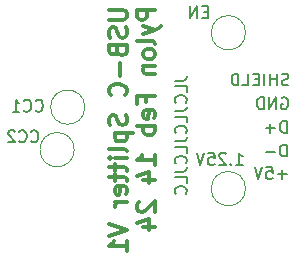
<source format=gbr>
%TF.GenerationSoftware,KiCad,Pcbnew,7.0.10*%
%TF.CreationDate,2024-02-15T00:45:20-05:00*%
%TF.ProjectId,USB-C-3-way-splitter,5553422d-432d-4332-9d77-61792d73706c,rev?*%
%TF.SameCoordinates,Original*%
%TF.FileFunction,Legend,Bot*%
%TF.FilePolarity,Positive*%
%FSLAX46Y46*%
G04 Gerber Fmt 4.6, Leading zero omitted, Abs format (unit mm)*
G04 Created by KiCad (PCBNEW 7.0.10) date 2024-02-15 00:45:20*
%MOMM*%
%LPD*%
G01*
G04 APERTURE LIST*
%ADD10C,0.150000*%
%ADD11C,0.200000*%
%ADD12C,0.300000*%
%ADD13C,0.120000*%
G04 APERTURE END LIST*
D10*
X23239411Y-3169819D02*
X23810839Y-3169819D01*
X23525125Y-3169819D02*
X23525125Y-2169819D01*
X23525125Y-2169819D02*
X23620363Y-2312676D01*
X23620363Y-2312676D02*
X23715601Y-2407914D01*
X23715601Y-2407914D02*
X23810839Y-2455533D01*
X22810839Y-3074580D02*
X22763220Y-3122200D01*
X22763220Y-3122200D02*
X22810839Y-3169819D01*
X22810839Y-3169819D02*
X22858458Y-3122200D01*
X22858458Y-3122200D02*
X22810839Y-3074580D01*
X22810839Y-3074580D02*
X22810839Y-3169819D01*
X22382268Y-2265057D02*
X22334649Y-2217438D01*
X22334649Y-2217438D02*
X22239411Y-2169819D01*
X22239411Y-2169819D02*
X22001316Y-2169819D01*
X22001316Y-2169819D02*
X21906078Y-2217438D01*
X21906078Y-2217438D02*
X21858459Y-2265057D01*
X21858459Y-2265057D02*
X21810840Y-2360295D01*
X21810840Y-2360295D02*
X21810840Y-2455533D01*
X21810840Y-2455533D02*
X21858459Y-2598390D01*
X21858459Y-2598390D02*
X22429887Y-3169819D01*
X22429887Y-3169819D02*
X21810840Y-3169819D01*
X20906078Y-2169819D02*
X21382268Y-2169819D01*
X21382268Y-2169819D02*
X21429887Y-2646009D01*
X21429887Y-2646009D02*
X21382268Y-2598390D01*
X21382268Y-2598390D02*
X21287030Y-2550771D01*
X21287030Y-2550771D02*
X21048935Y-2550771D01*
X21048935Y-2550771D02*
X20953697Y-2598390D01*
X20953697Y-2598390D02*
X20906078Y-2646009D01*
X20906078Y-2646009D02*
X20858459Y-2741247D01*
X20858459Y-2741247D02*
X20858459Y-2979342D01*
X20858459Y-2979342D02*
X20906078Y-3074580D01*
X20906078Y-3074580D02*
X20953697Y-3122200D01*
X20953697Y-3122200D02*
X21048935Y-3169819D01*
X21048935Y-3169819D02*
X21287030Y-3169819D01*
X21287030Y-3169819D02*
X21382268Y-3122200D01*
X21382268Y-3122200D02*
X21429887Y-3074580D01*
X20572744Y-2169819D02*
X20239411Y-3169819D01*
X20239411Y-3169819D02*
X19906078Y-2169819D01*
X20863220Y9753990D02*
X20529887Y9753990D01*
X20387030Y9230180D02*
X20863220Y9230180D01*
X20863220Y9230180D02*
X20863220Y10230180D01*
X20863220Y10230180D02*
X20387030Y10230180D01*
X19958458Y9230180D02*
X19958458Y10230180D01*
X19958458Y10230180D02*
X19387030Y9230180D01*
X19387030Y9230180D02*
X19387030Y10230180D01*
X5891792Y-1174580D02*
X5939411Y-1222200D01*
X5939411Y-1222200D02*
X6082268Y-1269819D01*
X6082268Y-1269819D02*
X6177506Y-1269819D01*
X6177506Y-1269819D02*
X6320363Y-1222200D01*
X6320363Y-1222200D02*
X6415601Y-1126961D01*
X6415601Y-1126961D02*
X6463220Y-1031723D01*
X6463220Y-1031723D02*
X6510839Y-841247D01*
X6510839Y-841247D02*
X6510839Y-698390D01*
X6510839Y-698390D02*
X6463220Y-507914D01*
X6463220Y-507914D02*
X6415601Y-412676D01*
X6415601Y-412676D02*
X6320363Y-317438D01*
X6320363Y-317438D02*
X6177506Y-269819D01*
X6177506Y-269819D02*
X6082268Y-269819D01*
X6082268Y-269819D02*
X5939411Y-317438D01*
X5939411Y-317438D02*
X5891792Y-365057D01*
X4891792Y-1174580D02*
X4939411Y-1222200D01*
X4939411Y-1222200D02*
X5082268Y-1269819D01*
X5082268Y-1269819D02*
X5177506Y-1269819D01*
X5177506Y-1269819D02*
X5320363Y-1222200D01*
X5320363Y-1222200D02*
X5415601Y-1126961D01*
X5415601Y-1126961D02*
X5463220Y-1031723D01*
X5463220Y-1031723D02*
X5510839Y-841247D01*
X5510839Y-841247D02*
X5510839Y-698390D01*
X5510839Y-698390D02*
X5463220Y-507914D01*
X5463220Y-507914D02*
X5415601Y-412676D01*
X5415601Y-412676D02*
X5320363Y-317438D01*
X5320363Y-317438D02*
X5177506Y-269819D01*
X5177506Y-269819D02*
X5082268Y-269819D01*
X5082268Y-269819D02*
X4939411Y-317438D01*
X4939411Y-317438D02*
X4891792Y-365057D01*
X4510839Y-365057D02*
X4463220Y-317438D01*
X4463220Y-317438D02*
X4367982Y-269819D01*
X4367982Y-269819D02*
X4129887Y-269819D01*
X4129887Y-269819D02*
X4034649Y-317438D01*
X4034649Y-317438D02*
X3987030Y-365057D01*
X3987030Y-365057D02*
X3939411Y-460295D01*
X3939411Y-460295D02*
X3939411Y-555533D01*
X3939411Y-555533D02*
X3987030Y-698390D01*
X3987030Y-698390D02*
X4558458Y-1269819D01*
X4558458Y-1269819D02*
X3939411Y-1269819D01*
X6291792Y1425419D02*
X6339411Y1377800D01*
X6339411Y1377800D02*
X6482268Y1330180D01*
X6482268Y1330180D02*
X6577506Y1330180D01*
X6577506Y1330180D02*
X6720363Y1377800D01*
X6720363Y1377800D02*
X6815601Y1473038D01*
X6815601Y1473038D02*
X6863220Y1568276D01*
X6863220Y1568276D02*
X6910839Y1758752D01*
X6910839Y1758752D02*
X6910839Y1901609D01*
X6910839Y1901609D02*
X6863220Y2092085D01*
X6863220Y2092085D02*
X6815601Y2187323D01*
X6815601Y2187323D02*
X6720363Y2282561D01*
X6720363Y2282561D02*
X6577506Y2330180D01*
X6577506Y2330180D02*
X6482268Y2330180D01*
X6482268Y2330180D02*
X6339411Y2282561D01*
X6339411Y2282561D02*
X6291792Y2234942D01*
X5291792Y1425419D02*
X5339411Y1377800D01*
X5339411Y1377800D02*
X5482268Y1330180D01*
X5482268Y1330180D02*
X5577506Y1330180D01*
X5577506Y1330180D02*
X5720363Y1377800D01*
X5720363Y1377800D02*
X5815601Y1473038D01*
X5815601Y1473038D02*
X5863220Y1568276D01*
X5863220Y1568276D02*
X5910839Y1758752D01*
X5910839Y1758752D02*
X5910839Y1901609D01*
X5910839Y1901609D02*
X5863220Y2092085D01*
X5863220Y2092085D02*
X5815601Y2187323D01*
X5815601Y2187323D02*
X5720363Y2282561D01*
X5720363Y2282561D02*
X5577506Y2330180D01*
X5577506Y2330180D02*
X5482268Y2330180D01*
X5482268Y2330180D02*
X5339411Y2282561D01*
X5339411Y2282561D02*
X5291792Y2234942D01*
X4339411Y1330180D02*
X4910839Y1330180D01*
X4625125Y1330180D02*
X4625125Y2330180D01*
X4625125Y2330180D02*
X4720363Y2187323D01*
X4720363Y2187323D02*
X4815601Y2092085D01*
X4815601Y2092085D02*
X4910839Y2044466D01*
D11*
X18067219Y3944612D02*
X18781504Y3944612D01*
X18781504Y3944612D02*
X18924361Y3992231D01*
X18924361Y3992231D02*
X19019600Y4087469D01*
X19019600Y4087469D02*
X19067219Y4230326D01*
X19067219Y4230326D02*
X19067219Y4325564D01*
X19067219Y2992231D02*
X19067219Y3468421D01*
X19067219Y3468421D02*
X18067219Y3468421D01*
X18971980Y2087469D02*
X19019600Y2135088D01*
X19019600Y2135088D02*
X19067219Y2277945D01*
X19067219Y2277945D02*
X19067219Y2373183D01*
X19067219Y2373183D02*
X19019600Y2516040D01*
X19019600Y2516040D02*
X18924361Y2611278D01*
X18924361Y2611278D02*
X18829123Y2658897D01*
X18829123Y2658897D02*
X18638647Y2706516D01*
X18638647Y2706516D02*
X18495790Y2706516D01*
X18495790Y2706516D02*
X18305314Y2658897D01*
X18305314Y2658897D02*
X18210076Y2611278D01*
X18210076Y2611278D02*
X18114838Y2516040D01*
X18114838Y2516040D02*
X18067219Y2373183D01*
X18067219Y2373183D02*
X18067219Y2277945D01*
X18067219Y2277945D02*
X18114838Y2135088D01*
X18114838Y2135088D02*
X18162457Y2087469D01*
X18067219Y1373183D02*
X18781504Y1373183D01*
X18781504Y1373183D02*
X18924361Y1420802D01*
X18924361Y1420802D02*
X19019600Y1516040D01*
X19019600Y1516040D02*
X19067219Y1658897D01*
X19067219Y1658897D02*
X19067219Y1754135D01*
X19067219Y420802D02*
X19067219Y896992D01*
X19067219Y896992D02*
X18067219Y896992D01*
X18971980Y-483959D02*
X19019600Y-436340D01*
X19019600Y-436340D02*
X19067219Y-293483D01*
X19067219Y-293483D02*
X19067219Y-198245D01*
X19067219Y-198245D02*
X19019600Y-55388D01*
X19019600Y-55388D02*
X18924361Y39849D01*
X18924361Y39849D02*
X18829123Y87468D01*
X18829123Y87468D02*
X18638647Y135087D01*
X18638647Y135087D02*
X18495790Y135087D01*
X18495790Y135087D02*
X18305314Y87468D01*
X18305314Y87468D02*
X18210076Y39849D01*
X18210076Y39849D02*
X18114838Y-55388D01*
X18114838Y-55388D02*
X18067219Y-198245D01*
X18067219Y-198245D02*
X18067219Y-293483D01*
X18067219Y-293483D02*
X18114838Y-436340D01*
X18114838Y-436340D02*
X18162457Y-483959D01*
X18067219Y-1198245D02*
X18781504Y-1198245D01*
X18781504Y-1198245D02*
X18924361Y-1150626D01*
X18924361Y-1150626D02*
X19019600Y-1055388D01*
X19019600Y-1055388D02*
X19067219Y-912531D01*
X19067219Y-912531D02*
X19067219Y-817293D01*
X19067219Y-2150626D02*
X19067219Y-1674436D01*
X19067219Y-1674436D02*
X18067219Y-1674436D01*
X18971980Y-3055388D02*
X19019600Y-3007769D01*
X19019600Y-3007769D02*
X19067219Y-2864912D01*
X19067219Y-2864912D02*
X19067219Y-2769674D01*
X19067219Y-2769674D02*
X19019600Y-2626817D01*
X19019600Y-2626817D02*
X18924361Y-2531579D01*
X18924361Y-2531579D02*
X18829123Y-2483960D01*
X18829123Y-2483960D02*
X18638647Y-2436341D01*
X18638647Y-2436341D02*
X18495790Y-2436341D01*
X18495790Y-2436341D02*
X18305314Y-2483960D01*
X18305314Y-2483960D02*
X18210076Y-2531579D01*
X18210076Y-2531579D02*
X18114838Y-2626817D01*
X18114838Y-2626817D02*
X18067219Y-2769674D01*
X18067219Y-2769674D02*
X18067219Y-2864912D01*
X18067219Y-2864912D02*
X18114838Y-3007769D01*
X18114838Y-3007769D02*
X18162457Y-3055388D01*
X18067219Y-3769674D02*
X18781504Y-3769674D01*
X18781504Y-3769674D02*
X18924361Y-3722055D01*
X18924361Y-3722055D02*
X19019600Y-3626817D01*
X19019600Y-3626817D02*
X19067219Y-3483960D01*
X19067219Y-3483960D02*
X19067219Y-3388722D01*
X19067219Y-4722055D02*
X19067219Y-4245865D01*
X19067219Y-4245865D02*
X18067219Y-4245865D01*
X18971980Y-5626817D02*
X19019600Y-5579198D01*
X19019600Y-5579198D02*
X19067219Y-5436341D01*
X19067219Y-5436341D02*
X19067219Y-5341103D01*
X19067219Y-5341103D02*
X19019600Y-5198246D01*
X19019600Y-5198246D02*
X18924361Y-5103008D01*
X18924361Y-5103008D02*
X18829123Y-5055389D01*
X18829123Y-5055389D02*
X18638647Y-5007770D01*
X18638647Y-5007770D02*
X18495790Y-5007770D01*
X18495790Y-5007770D02*
X18305314Y-5055389D01*
X18305314Y-5055389D02*
X18210076Y-5103008D01*
X18210076Y-5103008D02*
X18114838Y-5198246D01*
X18114838Y-5198246D02*
X18067219Y-5341103D01*
X18067219Y-5341103D02*
X18067219Y-5436341D01*
X18067219Y-5436341D02*
X18114838Y-5579198D01*
X18114838Y-5579198D02*
X18162457Y-5626817D01*
X27530326Y-3986266D02*
X26768422Y-3986266D01*
X27149374Y-4367219D02*
X27149374Y-3605314D01*
X25816041Y-3367219D02*
X26292231Y-3367219D01*
X26292231Y-3367219D02*
X26339850Y-3843409D01*
X26339850Y-3843409D02*
X26292231Y-3795790D01*
X26292231Y-3795790D02*
X26196993Y-3748171D01*
X26196993Y-3748171D02*
X25958898Y-3748171D01*
X25958898Y-3748171D02*
X25863660Y-3795790D01*
X25863660Y-3795790D02*
X25816041Y-3843409D01*
X25816041Y-3843409D02*
X25768422Y-3938647D01*
X25768422Y-3938647D02*
X25768422Y-4176742D01*
X25768422Y-4176742D02*
X25816041Y-4271980D01*
X25816041Y-4271980D02*
X25863660Y-4319600D01*
X25863660Y-4319600D02*
X25958898Y-4367219D01*
X25958898Y-4367219D02*
X26196993Y-4367219D01*
X26196993Y-4367219D02*
X26292231Y-4319600D01*
X26292231Y-4319600D02*
X26339850Y-4271980D01*
X25482707Y-3367219D02*
X25149374Y-4367219D01*
X25149374Y-4367219D02*
X24816041Y-3367219D01*
X27530326Y-467219D02*
X27530326Y532780D01*
X27530326Y532780D02*
X27292231Y532780D01*
X27292231Y532780D02*
X27149374Y485161D01*
X27149374Y485161D02*
X27054136Y389923D01*
X27054136Y389923D02*
X27006517Y294685D01*
X27006517Y294685D02*
X26958898Y104209D01*
X26958898Y104209D02*
X26958898Y-38647D01*
X26958898Y-38647D02*
X27006517Y-229123D01*
X27006517Y-229123D02*
X27054136Y-324361D01*
X27054136Y-324361D02*
X27149374Y-419600D01*
X27149374Y-419600D02*
X27292231Y-467219D01*
X27292231Y-467219D02*
X27530326Y-467219D01*
X26530326Y-86266D02*
X25768422Y-86266D01*
X26149374Y-467219D02*
X26149374Y294685D01*
X27530326Y-2467219D02*
X27530326Y-1467219D01*
X27530326Y-1467219D02*
X27292231Y-1467219D01*
X27292231Y-1467219D02*
X27149374Y-1514838D01*
X27149374Y-1514838D02*
X27054136Y-1610076D01*
X27054136Y-1610076D02*
X27006517Y-1705314D01*
X27006517Y-1705314D02*
X26958898Y-1895790D01*
X26958898Y-1895790D02*
X26958898Y-2038647D01*
X26958898Y-2038647D02*
X27006517Y-2229123D01*
X27006517Y-2229123D02*
X27054136Y-2324361D01*
X27054136Y-2324361D02*
X27149374Y-2419600D01*
X27149374Y-2419600D02*
X27292231Y-2467219D01*
X27292231Y-2467219D02*
X27530326Y-2467219D01*
X26530326Y-2086266D02*
X25768422Y-2086266D01*
X27106517Y2485161D02*
X27201755Y2532780D01*
X27201755Y2532780D02*
X27344612Y2532780D01*
X27344612Y2532780D02*
X27487469Y2485161D01*
X27487469Y2485161D02*
X27582707Y2389923D01*
X27582707Y2389923D02*
X27630326Y2294685D01*
X27630326Y2294685D02*
X27677945Y2104209D01*
X27677945Y2104209D02*
X27677945Y1961352D01*
X27677945Y1961352D02*
X27630326Y1770876D01*
X27630326Y1770876D02*
X27582707Y1675638D01*
X27582707Y1675638D02*
X27487469Y1580400D01*
X27487469Y1580400D02*
X27344612Y1532780D01*
X27344612Y1532780D02*
X27249374Y1532780D01*
X27249374Y1532780D02*
X27106517Y1580400D01*
X27106517Y1580400D02*
X27058898Y1628019D01*
X27058898Y1628019D02*
X27058898Y1961352D01*
X27058898Y1961352D02*
X27249374Y1961352D01*
X26630326Y1532780D02*
X26630326Y2532780D01*
X26630326Y2532780D02*
X26058898Y1532780D01*
X26058898Y1532780D02*
X26058898Y2532780D01*
X25582707Y1532780D02*
X25582707Y2532780D01*
X25582707Y2532780D02*
X25344612Y2532780D01*
X25344612Y2532780D02*
X25201755Y2485161D01*
X25201755Y2485161D02*
X25106517Y2389923D01*
X25106517Y2389923D02*
X25058898Y2294685D01*
X25058898Y2294685D02*
X25011279Y2104209D01*
X25011279Y2104209D02*
X25011279Y1961352D01*
X25011279Y1961352D02*
X25058898Y1770876D01*
X25058898Y1770876D02*
X25106517Y1675638D01*
X25106517Y1675638D02*
X25201755Y1580400D01*
X25201755Y1580400D02*
X25344612Y1532780D01*
X25344612Y1532780D02*
X25582707Y1532780D01*
D12*
X12485828Y9945489D02*
X13700114Y9945489D01*
X13700114Y9945489D02*
X13842971Y9874060D01*
X13842971Y9874060D02*
X13914400Y9802632D01*
X13914400Y9802632D02*
X13985828Y9659774D01*
X13985828Y9659774D02*
X13985828Y9374060D01*
X13985828Y9374060D02*
X13914400Y9231203D01*
X13914400Y9231203D02*
X13842971Y9159774D01*
X13842971Y9159774D02*
X13700114Y9088346D01*
X13700114Y9088346D02*
X12485828Y9088346D01*
X13914400Y8445488D02*
X13985828Y8231203D01*
X13985828Y8231203D02*
X13985828Y7874060D01*
X13985828Y7874060D02*
X13914400Y7731203D01*
X13914400Y7731203D02*
X13842971Y7659774D01*
X13842971Y7659774D02*
X13700114Y7588345D01*
X13700114Y7588345D02*
X13557257Y7588345D01*
X13557257Y7588345D02*
X13414400Y7659774D01*
X13414400Y7659774D02*
X13342971Y7731203D01*
X13342971Y7731203D02*
X13271542Y7874060D01*
X13271542Y7874060D02*
X13200114Y8159774D01*
X13200114Y8159774D02*
X13128685Y8302631D01*
X13128685Y8302631D02*
X13057257Y8374060D01*
X13057257Y8374060D02*
X12914400Y8445488D01*
X12914400Y8445488D02*
X12771542Y8445488D01*
X12771542Y8445488D02*
X12628685Y8374060D01*
X12628685Y8374060D02*
X12557257Y8302631D01*
X12557257Y8302631D02*
X12485828Y8159774D01*
X12485828Y8159774D02*
X12485828Y7802631D01*
X12485828Y7802631D02*
X12557257Y7588345D01*
X13200114Y6445489D02*
X13271542Y6231203D01*
X13271542Y6231203D02*
X13342971Y6159774D01*
X13342971Y6159774D02*
X13485828Y6088346D01*
X13485828Y6088346D02*
X13700114Y6088346D01*
X13700114Y6088346D02*
X13842971Y6159774D01*
X13842971Y6159774D02*
X13914400Y6231203D01*
X13914400Y6231203D02*
X13985828Y6374060D01*
X13985828Y6374060D02*
X13985828Y6945489D01*
X13985828Y6945489D02*
X12485828Y6945489D01*
X12485828Y6945489D02*
X12485828Y6445489D01*
X12485828Y6445489D02*
X12557257Y6302632D01*
X12557257Y6302632D02*
X12628685Y6231203D01*
X12628685Y6231203D02*
X12771542Y6159774D01*
X12771542Y6159774D02*
X12914400Y6159774D01*
X12914400Y6159774D02*
X13057257Y6231203D01*
X13057257Y6231203D02*
X13128685Y6302632D01*
X13128685Y6302632D02*
X13200114Y6445489D01*
X13200114Y6445489D02*
X13200114Y6945489D01*
X13414400Y5445489D02*
X13414400Y4302632D01*
X13842971Y2731203D02*
X13914400Y2802631D01*
X13914400Y2802631D02*
X13985828Y3016917D01*
X13985828Y3016917D02*
X13985828Y3159774D01*
X13985828Y3159774D02*
X13914400Y3374060D01*
X13914400Y3374060D02*
X13771542Y3516917D01*
X13771542Y3516917D02*
X13628685Y3588346D01*
X13628685Y3588346D02*
X13342971Y3659774D01*
X13342971Y3659774D02*
X13128685Y3659774D01*
X13128685Y3659774D02*
X12842971Y3588346D01*
X12842971Y3588346D02*
X12700114Y3516917D01*
X12700114Y3516917D02*
X12557257Y3374060D01*
X12557257Y3374060D02*
X12485828Y3159774D01*
X12485828Y3159774D02*
X12485828Y3016917D01*
X12485828Y3016917D02*
X12557257Y2802631D01*
X12557257Y2802631D02*
X12628685Y2731203D01*
X13914400Y1016917D02*
X13985828Y802632D01*
X13985828Y802632D02*
X13985828Y445489D01*
X13985828Y445489D02*
X13914400Y302632D01*
X13914400Y302632D02*
X13842971Y231203D01*
X13842971Y231203D02*
X13700114Y159774D01*
X13700114Y159774D02*
X13557257Y159774D01*
X13557257Y159774D02*
X13414400Y231203D01*
X13414400Y231203D02*
X13342971Y302632D01*
X13342971Y302632D02*
X13271542Y445489D01*
X13271542Y445489D02*
X13200114Y731203D01*
X13200114Y731203D02*
X13128685Y874060D01*
X13128685Y874060D02*
X13057257Y945489D01*
X13057257Y945489D02*
X12914400Y1016917D01*
X12914400Y1016917D02*
X12771542Y1016917D01*
X12771542Y1016917D02*
X12628685Y945489D01*
X12628685Y945489D02*
X12557257Y874060D01*
X12557257Y874060D02*
X12485828Y731203D01*
X12485828Y731203D02*
X12485828Y374060D01*
X12485828Y374060D02*
X12557257Y159774D01*
X12985828Y-483081D02*
X14485828Y-483081D01*
X13057257Y-483081D02*
X12985828Y-625939D01*
X12985828Y-625939D02*
X12985828Y-911653D01*
X12985828Y-911653D02*
X13057257Y-1054510D01*
X13057257Y-1054510D02*
X13128685Y-1125939D01*
X13128685Y-1125939D02*
X13271542Y-1197367D01*
X13271542Y-1197367D02*
X13700114Y-1197367D01*
X13700114Y-1197367D02*
X13842971Y-1125939D01*
X13842971Y-1125939D02*
X13914400Y-1054510D01*
X13914400Y-1054510D02*
X13985828Y-911653D01*
X13985828Y-911653D02*
X13985828Y-625939D01*
X13985828Y-625939D02*
X13914400Y-483081D01*
X13985828Y-2054510D02*
X13914400Y-1911653D01*
X13914400Y-1911653D02*
X13771542Y-1840224D01*
X13771542Y-1840224D02*
X12485828Y-1840224D01*
X13985828Y-2625938D02*
X12985828Y-2625938D01*
X12485828Y-2625938D02*
X12557257Y-2554510D01*
X12557257Y-2554510D02*
X12628685Y-2625938D01*
X12628685Y-2625938D02*
X12557257Y-2697367D01*
X12557257Y-2697367D02*
X12485828Y-2625938D01*
X12485828Y-2625938D02*
X12628685Y-2625938D01*
X12985828Y-3125939D02*
X12985828Y-3697367D01*
X12485828Y-3340224D02*
X13771542Y-3340224D01*
X13771542Y-3340224D02*
X13914400Y-3411653D01*
X13914400Y-3411653D02*
X13985828Y-3554510D01*
X13985828Y-3554510D02*
X13985828Y-3697367D01*
X12985828Y-3983082D02*
X12985828Y-4554510D01*
X12485828Y-4197367D02*
X13771542Y-4197367D01*
X13771542Y-4197367D02*
X13914400Y-4268796D01*
X13914400Y-4268796D02*
X13985828Y-4411653D01*
X13985828Y-4411653D02*
X13985828Y-4554510D01*
X13914400Y-5625939D02*
X13985828Y-5483082D01*
X13985828Y-5483082D02*
X13985828Y-5197368D01*
X13985828Y-5197368D02*
X13914400Y-5054510D01*
X13914400Y-5054510D02*
X13771542Y-4983082D01*
X13771542Y-4983082D02*
X13200114Y-4983082D01*
X13200114Y-4983082D02*
X13057257Y-5054510D01*
X13057257Y-5054510D02*
X12985828Y-5197368D01*
X12985828Y-5197368D02*
X12985828Y-5483082D01*
X12985828Y-5483082D02*
X13057257Y-5625939D01*
X13057257Y-5625939D02*
X13200114Y-5697368D01*
X13200114Y-5697368D02*
X13342971Y-5697368D01*
X13342971Y-5697368D02*
X13485828Y-4983082D01*
X13985828Y-6340224D02*
X12985828Y-6340224D01*
X13271542Y-6340224D02*
X13128685Y-6411653D01*
X13128685Y-6411653D02*
X13057257Y-6483082D01*
X13057257Y-6483082D02*
X12985828Y-6625939D01*
X12985828Y-6625939D02*
X12985828Y-6768796D01*
X12485828Y-8197367D02*
X13985828Y-8697367D01*
X13985828Y-8697367D02*
X12485828Y-9197367D01*
X13985828Y-10483081D02*
X13985828Y-9625938D01*
X13985828Y-10054509D02*
X12485828Y-10054509D01*
X12485828Y-10054509D02*
X12700114Y-9911652D01*
X12700114Y-9911652D02*
X12842971Y-9768795D01*
X12842971Y-9768795D02*
X12914400Y-9625938D01*
X16400828Y9945489D02*
X14900828Y9945489D01*
X14900828Y9945489D02*
X14900828Y9374060D01*
X14900828Y9374060D02*
X14972257Y9231203D01*
X14972257Y9231203D02*
X15043685Y9159774D01*
X15043685Y9159774D02*
X15186542Y9088346D01*
X15186542Y9088346D02*
X15400828Y9088346D01*
X15400828Y9088346D02*
X15543685Y9159774D01*
X15543685Y9159774D02*
X15615114Y9231203D01*
X15615114Y9231203D02*
X15686542Y9374060D01*
X15686542Y9374060D02*
X15686542Y9945489D01*
X15400828Y8588346D02*
X16400828Y8231203D01*
X15400828Y7874060D02*
X16400828Y8231203D01*
X16400828Y8231203D02*
X16757971Y8374060D01*
X16757971Y8374060D02*
X16829400Y8445489D01*
X16829400Y8445489D02*
X16900828Y8588346D01*
X16400828Y7088346D02*
X16329400Y7231203D01*
X16329400Y7231203D02*
X16186542Y7302632D01*
X16186542Y7302632D02*
X14900828Y7302632D01*
X16400828Y6302632D02*
X16329400Y6445489D01*
X16329400Y6445489D02*
X16257971Y6516918D01*
X16257971Y6516918D02*
X16115114Y6588346D01*
X16115114Y6588346D02*
X15686542Y6588346D01*
X15686542Y6588346D02*
X15543685Y6516918D01*
X15543685Y6516918D02*
X15472257Y6445489D01*
X15472257Y6445489D02*
X15400828Y6302632D01*
X15400828Y6302632D02*
X15400828Y6088346D01*
X15400828Y6088346D02*
X15472257Y5945489D01*
X15472257Y5945489D02*
X15543685Y5874061D01*
X15543685Y5874061D02*
X15686542Y5802632D01*
X15686542Y5802632D02*
X16115114Y5802632D01*
X16115114Y5802632D02*
X16257971Y5874061D01*
X16257971Y5874061D02*
X16329400Y5945489D01*
X16329400Y5945489D02*
X16400828Y6088346D01*
X16400828Y6088346D02*
X16400828Y6302632D01*
X15400828Y5159775D02*
X16400828Y5159775D01*
X15543685Y5159775D02*
X15472257Y5088346D01*
X15472257Y5088346D02*
X15400828Y4945489D01*
X15400828Y4945489D02*
X15400828Y4731203D01*
X15400828Y4731203D02*
X15472257Y4588346D01*
X15472257Y4588346D02*
X15615114Y4516918D01*
X15615114Y4516918D02*
X16400828Y4516918D01*
X15615114Y2159775D02*
X15615114Y2659775D01*
X16400828Y2659775D02*
X14900828Y2659775D01*
X14900828Y2659775D02*
X14900828Y1945489D01*
X16329400Y802632D02*
X16400828Y945489D01*
X16400828Y945489D02*
X16400828Y1231204D01*
X16400828Y1231204D02*
X16329400Y1374061D01*
X16329400Y1374061D02*
X16186542Y1445489D01*
X16186542Y1445489D02*
X15615114Y1445489D01*
X15615114Y1445489D02*
X15472257Y1374061D01*
X15472257Y1374061D02*
X15400828Y1231204D01*
X15400828Y1231204D02*
X15400828Y945489D01*
X15400828Y945489D02*
X15472257Y802632D01*
X15472257Y802632D02*
X15615114Y731204D01*
X15615114Y731204D02*
X15757971Y731204D01*
X15757971Y731204D02*
X15900828Y1445489D01*
X16400828Y88347D02*
X14900828Y88347D01*
X15472257Y88347D02*
X15400828Y-54510D01*
X15400828Y-54510D02*
X15400828Y-340224D01*
X15400828Y-340224D02*
X15472257Y-483081D01*
X15472257Y-483081D02*
X15543685Y-554510D01*
X15543685Y-554510D02*
X15686542Y-625938D01*
X15686542Y-625938D02*
X16115114Y-625938D01*
X16115114Y-625938D02*
X16257971Y-554510D01*
X16257971Y-554510D02*
X16329400Y-483081D01*
X16329400Y-483081D02*
X16400828Y-340224D01*
X16400828Y-340224D02*
X16400828Y-54510D01*
X16400828Y-54510D02*
X16329400Y88347D01*
X16400828Y-3197367D02*
X16400828Y-2340224D01*
X16400828Y-2768795D02*
X14900828Y-2768795D01*
X14900828Y-2768795D02*
X15115114Y-2625938D01*
X15115114Y-2625938D02*
X15257971Y-2483081D01*
X15257971Y-2483081D02*
X15329400Y-2340224D01*
X15400828Y-4483081D02*
X16400828Y-4483081D01*
X14829400Y-4125938D02*
X15900828Y-3768795D01*
X15900828Y-3768795D02*
X15900828Y-4697366D01*
X15043685Y-6340223D02*
X14972257Y-6411651D01*
X14972257Y-6411651D02*
X14900828Y-6554509D01*
X14900828Y-6554509D02*
X14900828Y-6911651D01*
X14900828Y-6911651D02*
X14972257Y-7054509D01*
X14972257Y-7054509D02*
X15043685Y-7125937D01*
X15043685Y-7125937D02*
X15186542Y-7197366D01*
X15186542Y-7197366D02*
X15329400Y-7197366D01*
X15329400Y-7197366D02*
X15543685Y-7125937D01*
X15543685Y-7125937D02*
X16400828Y-6268794D01*
X16400828Y-6268794D02*
X16400828Y-7197366D01*
X15400828Y-8483080D02*
X16400828Y-8483080D01*
X14829400Y-8125937D02*
X15900828Y-7768794D01*
X15900828Y-7768794D02*
X15900828Y-8697365D01*
D11*
X27677945Y3580400D02*
X27535088Y3532780D01*
X27535088Y3532780D02*
X27296993Y3532780D01*
X27296993Y3532780D02*
X27201755Y3580400D01*
X27201755Y3580400D02*
X27154136Y3628019D01*
X27154136Y3628019D02*
X27106517Y3723257D01*
X27106517Y3723257D02*
X27106517Y3818495D01*
X27106517Y3818495D02*
X27154136Y3913733D01*
X27154136Y3913733D02*
X27201755Y3961352D01*
X27201755Y3961352D02*
X27296993Y4008971D01*
X27296993Y4008971D02*
X27487469Y4056590D01*
X27487469Y4056590D02*
X27582707Y4104209D01*
X27582707Y4104209D02*
X27630326Y4151828D01*
X27630326Y4151828D02*
X27677945Y4247066D01*
X27677945Y4247066D02*
X27677945Y4342304D01*
X27677945Y4342304D02*
X27630326Y4437542D01*
X27630326Y4437542D02*
X27582707Y4485161D01*
X27582707Y4485161D02*
X27487469Y4532780D01*
X27487469Y4532780D02*
X27249374Y4532780D01*
X27249374Y4532780D02*
X27106517Y4485161D01*
X26677945Y3532780D02*
X26677945Y4532780D01*
X26677945Y4056590D02*
X26106517Y4056590D01*
X26106517Y3532780D02*
X26106517Y4532780D01*
X25630326Y3532780D02*
X25630326Y4532780D01*
X25154136Y4056590D02*
X24820803Y4056590D01*
X24677946Y3532780D02*
X25154136Y3532780D01*
X25154136Y3532780D02*
X25154136Y4532780D01*
X25154136Y4532780D02*
X24677946Y4532780D01*
X23773184Y3532780D02*
X24249374Y3532780D01*
X24249374Y3532780D02*
X24249374Y4532780D01*
X23439850Y3532780D02*
X23439850Y4532780D01*
X23439850Y4532780D02*
X23201755Y4532780D01*
X23201755Y4532780D02*
X23058898Y4485161D01*
X23058898Y4485161D02*
X22963660Y4389923D01*
X22963660Y4389923D02*
X22916041Y4294685D01*
X22916041Y4294685D02*
X22868422Y4104209D01*
X22868422Y4104209D02*
X22868422Y3961352D01*
X22868422Y3961352D02*
X22916041Y3770876D01*
X22916041Y3770876D02*
X22963660Y3675638D01*
X22963660Y3675638D02*
X23058898Y3580400D01*
X23058898Y3580400D02*
X23201755Y3532780D01*
X23201755Y3532780D02*
X23439850Y3532780D01*
D13*
%TO.C,TP4*%
X24050000Y-5200000D02*
G75*
G03*
X21150000Y-5200000I-1450000J0D01*
G01*
X21150000Y-5200000D02*
G75*
G03*
X24050000Y-5200000I1450000J0D01*
G01*
%TO.C,TP3*%
X24050000Y8000000D02*
G75*
G03*
X21150000Y8000000I-1450000J0D01*
G01*
X21150000Y8000000D02*
G75*
G03*
X24050000Y8000000I1450000J0D01*
G01*
%TO.C,TP2*%
X9550000Y-1900000D02*
G75*
G03*
X6650000Y-1900000I-1450000J0D01*
G01*
X6650000Y-1900000D02*
G75*
G03*
X9550000Y-1900000I1450000J0D01*
G01*
%TO.C,TP1*%
X10450000Y1700000D02*
G75*
G03*
X7550000Y1700000I-1450000J0D01*
G01*
X7550000Y1700000D02*
G75*
G03*
X10450000Y1700000I1450000J0D01*
G01*
%TD*%
M02*

</source>
